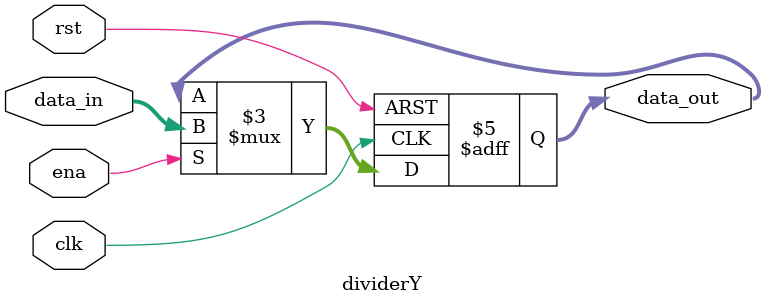
<source format=v>
`timescale 1ns / 1ps


module dividerY(
input clk,rst,ena,
input [63:0]data_in,
output reg [63:0] data_out
);

always@(posedge clk or posedge rst )
begin
if (rst)
    data_out <= 0;
else if (ena)
    data_out <= data_in;
else
    data_out <= data_out;
end
endmodule

</source>
